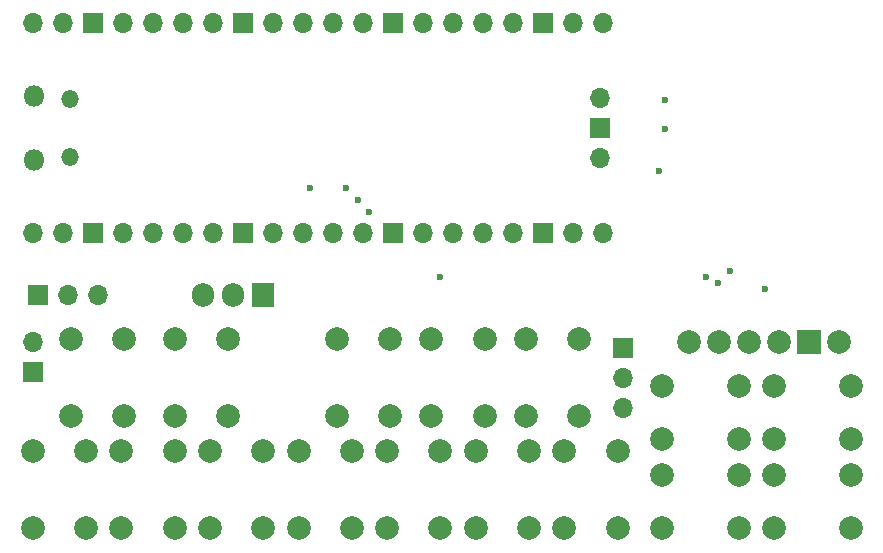
<source format=gbs>
G04 #@! TF.GenerationSoftware,KiCad,Pcbnew,8.0.6*
G04 #@! TF.CreationDate,2024-11-03T10:51:15+01:00*
G04 #@! TF.ProjectId,pico_piano,7069636f-5f70-4696-916e-6f2e6b696361,rev?*
G04 #@! TF.SameCoordinates,Original*
G04 #@! TF.FileFunction,Soldermask,Bot*
G04 #@! TF.FilePolarity,Negative*
%FSLAX46Y46*%
G04 Gerber Fmt 4.6, Leading zero omitted, Abs format (unit mm)*
G04 Created by KiCad (PCBNEW 8.0.6) date 2024-11-03 10:51:15*
%MOMM*%
%LPD*%
G01*
G04 APERTURE LIST*
%ADD10C,2.000000*%
%ADD11R,1.700000X1.700000*%
%ADD12O,1.700000X1.700000*%
%ADD13O,1.800000X1.800000*%
%ADD14O,1.500000X1.500000*%
%ADD15R,2.000000X2.000000*%
%ADD16R,1.905000X2.000000*%
%ADD17O,1.905000X2.000000*%
%ADD18C,0.600000*%
G04 APERTURE END LIST*
D10*
X167250000Y-65750000D03*
X173750000Y-65750000D03*
X167250000Y-70250000D03*
X173750000Y-70250000D03*
X142000000Y-77750000D03*
X142000000Y-71250000D03*
X146500000Y-77750000D03*
X146500000Y-71250000D03*
X130250000Y-68250000D03*
X130250000Y-61750000D03*
X134750000Y-68250000D03*
X134750000Y-61750000D03*
X138250000Y-68250000D03*
X138250000Y-61750000D03*
X142750000Y-68250000D03*
X142750000Y-61750000D03*
D11*
X154500000Y-62500000D03*
D12*
X154500000Y-65040000D03*
X154500000Y-67580000D03*
D10*
X104500000Y-77750000D03*
X104500000Y-71250000D03*
X109000000Y-77750000D03*
X109000000Y-71250000D03*
X149500000Y-77750000D03*
X149500000Y-71250000D03*
X154000000Y-77750000D03*
X154000000Y-71250000D03*
X134500000Y-77750000D03*
X134500000Y-71250000D03*
X139000000Y-77750000D03*
X139000000Y-71250000D03*
X164250000Y-70250000D03*
X157750000Y-70250000D03*
X164250000Y-65750000D03*
X157750000Y-65750000D03*
X146250000Y-68250000D03*
X146250000Y-61750000D03*
X150750000Y-68250000D03*
X150750000Y-61750000D03*
X112250000Y-61750000D03*
X112250000Y-68250000D03*
X107750000Y-61750000D03*
X107750000Y-68250000D03*
D11*
X104960000Y-58000000D03*
D12*
X107500000Y-58000000D03*
X110040000Y-58000000D03*
D10*
X119500000Y-77750000D03*
X119500000Y-71250000D03*
X124000000Y-77750000D03*
X124000000Y-71250000D03*
X127000000Y-77750000D03*
X127000000Y-71250000D03*
X131500000Y-77750000D03*
X131500000Y-71250000D03*
X112000000Y-77750000D03*
X112000000Y-71250000D03*
X116500000Y-77750000D03*
X116500000Y-71250000D03*
D13*
X104630000Y-46615000D03*
D14*
X107660000Y-46315000D03*
X107660000Y-41465000D03*
D13*
X104630000Y-41165000D03*
D12*
X104500000Y-52780000D03*
X107040000Y-52780000D03*
D11*
X109580000Y-52780000D03*
D12*
X112120000Y-52780000D03*
X114660000Y-52780000D03*
X117200000Y-52780000D03*
X119740000Y-52780000D03*
D11*
X122280000Y-52780000D03*
D12*
X124820000Y-52780000D03*
X127360000Y-52780000D03*
X129900000Y-52780000D03*
X132440000Y-52780000D03*
D11*
X134980000Y-52780000D03*
D12*
X137520000Y-52780000D03*
X140060000Y-52780000D03*
X142600000Y-52780000D03*
X145140000Y-52780000D03*
D11*
X147680000Y-52780000D03*
D12*
X150220000Y-52780000D03*
X152760000Y-52780000D03*
X152760000Y-35000000D03*
X150220000Y-35000000D03*
D11*
X147680000Y-35000000D03*
D12*
X145140000Y-35000000D03*
X142600000Y-35000000D03*
X140060000Y-35000000D03*
X137520000Y-35000000D03*
D11*
X134980000Y-35000000D03*
D12*
X132440000Y-35000000D03*
X129900000Y-35000000D03*
X127360000Y-35000000D03*
X124820000Y-35000000D03*
D11*
X122280000Y-35000000D03*
D12*
X119740000Y-35000000D03*
X117200000Y-35000000D03*
X114660000Y-35000000D03*
X112120000Y-35000000D03*
D11*
X109580000Y-35000000D03*
D12*
X107040000Y-35000000D03*
X104500000Y-35000000D03*
X152530000Y-46430000D03*
D11*
X152530000Y-43890000D03*
D12*
X152530000Y-41350000D03*
D10*
X116500000Y-68250000D03*
X116500000Y-61750000D03*
X121000000Y-68250000D03*
X121000000Y-61750000D03*
X157750000Y-73250000D03*
X164250000Y-73250000D03*
X157750000Y-77750000D03*
X164250000Y-77750000D03*
X160015000Y-62000000D03*
X162555000Y-62000000D03*
X165095000Y-62000000D03*
X167635000Y-62000000D03*
D15*
X170175000Y-62000000D03*
D10*
X172715000Y-62000000D03*
D16*
X124000000Y-58000000D03*
D17*
X121460000Y-58000000D03*
X118920000Y-58000000D03*
D11*
X104500000Y-64500000D03*
D12*
X104500000Y-61960000D03*
D10*
X167250000Y-73250000D03*
X173750000Y-73250000D03*
X167250000Y-77750000D03*
X173750000Y-77750000D03*
D18*
X166500000Y-57500000D03*
X158000000Y-41500000D03*
X158000000Y-44000000D03*
X157500000Y-47500000D03*
X161500000Y-56500000D03*
X162500000Y-57000000D03*
X163500000Y-56000000D03*
X139000000Y-56500000D03*
X128000000Y-49000000D03*
X131000000Y-49000000D03*
X132000000Y-50000000D03*
X133000000Y-51000000D03*
M02*

</source>
